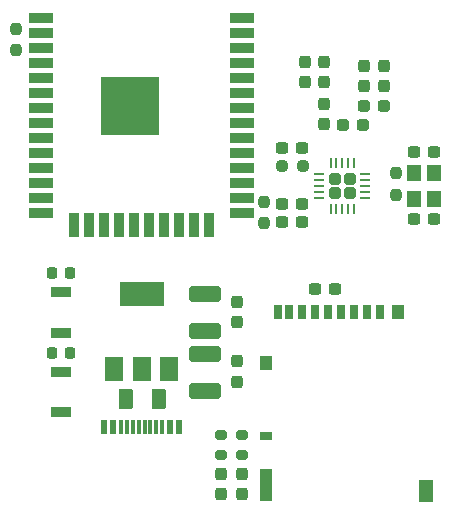
<source format=gbr>
%TF.GenerationSoftware,KiCad,Pcbnew,6.0.11-2627ca5db0~126~ubuntu20.04.1*%
%TF.CreationDate,2023-04-02T14:42:23+02:00*%
%TF.ProjectId,openDTU,6f70656e-4454-4552-9e6b-696361645f70,2.0-2023.03*%
%TF.SameCoordinates,Original*%
%TF.FileFunction,Paste,Top*%
%TF.FilePolarity,Positive*%
%FSLAX46Y46*%
G04 Gerber Fmt 4.6, Leading zero omitted, Abs format (unit mm)*
G04 Created by KiCad (PCBNEW 6.0.11-2627ca5db0~126~ubuntu20.04.1) date 2023-04-02 14:42:23*
%MOMM*%
%LPD*%
G01*
G04 APERTURE LIST*
G04 Aperture macros list*
%AMRoundRect*
0 Rectangle with rounded corners*
0 $1 Rounding radius*
0 $2 $3 $4 $5 $6 $7 $8 $9 X,Y pos of 4 corners*
0 Add a 4 corners polygon primitive as box body*
4,1,4,$2,$3,$4,$5,$6,$7,$8,$9,$2,$3,0*
0 Add four circle primitives for the rounded corners*
1,1,$1+$1,$2,$3*
1,1,$1+$1,$4,$5*
1,1,$1+$1,$6,$7*
1,1,$1+$1,$8,$9*
0 Add four rect primitives between the rounded corners*
20,1,$1+$1,$2,$3,$4,$5,0*
20,1,$1+$1,$4,$5,$6,$7,0*
20,1,$1+$1,$6,$7,$8,$9,0*
20,1,$1+$1,$8,$9,$2,$3,0*%
G04 Aperture macros list end*
%ADD10RoundRect,0.250000X0.255000X-0.255000X0.255000X0.255000X-0.255000X0.255000X-0.255000X-0.255000X0*%
%ADD11RoundRect,0.062500X0.062500X-0.350000X0.062500X0.350000X-0.062500X0.350000X-0.062500X-0.350000X0*%
%ADD12RoundRect,0.062500X0.350000X-0.062500X0.350000X0.062500X-0.350000X0.062500X-0.350000X-0.062500X0*%
%ADD13RoundRect,0.225000X-0.225000X-0.250000X0.225000X-0.250000X0.225000X0.250000X-0.225000X0.250000X0*%
%ADD14RoundRect,0.237500X-0.237500X0.300000X-0.237500X-0.300000X0.237500X-0.300000X0.237500X0.300000X0*%
%ADD15RoundRect,0.250000X-1.100000X0.412500X-1.100000X-0.412500X1.100000X-0.412500X1.100000X0.412500X0*%
%ADD16RoundRect,0.237500X0.300000X0.237500X-0.300000X0.237500X-0.300000X-0.237500X0.300000X-0.237500X0*%
%ADD17RoundRect,0.237500X-0.300000X-0.237500X0.300000X-0.237500X0.300000X0.237500X-0.300000X0.237500X0*%
%ADD18R,2.000000X0.900000*%
%ADD19R,0.900000X2.000000*%
%ADD20R,5.000000X5.000000*%
%ADD21RoundRect,0.237500X0.287500X0.237500X-0.287500X0.237500X-0.287500X-0.237500X0.287500X-0.237500X0*%
%ADD22RoundRect,0.237500X0.237500X-0.250000X0.237500X0.250000X-0.237500X0.250000X-0.237500X-0.250000X0*%
%ADD23RoundRect,0.237500X0.237500X-0.300000X0.237500X0.300000X-0.237500X0.300000X-0.237500X-0.300000X0*%
%ADD24RoundRect,0.250000X0.375000X0.625000X-0.375000X0.625000X-0.375000X-0.625000X0.375000X-0.625000X0*%
%ADD25R,0.700000X1.200000*%
%ADD26R,1.000000X0.800000*%
%ADD27R,1.000000X2.800000*%
%ADD28R,1.000000X1.200000*%
%ADD29R,1.300000X1.900000*%
%ADD30RoundRect,0.237500X-0.237500X0.250000X-0.237500X-0.250000X0.237500X-0.250000X0.237500X0.250000X0*%
%ADD31R,1.700000X0.900000*%
%ADD32R,0.600000X1.150000*%
%ADD33R,0.300000X1.150000*%
%ADD34RoundRect,0.237500X0.237500X-0.287500X0.237500X0.287500X-0.237500X0.287500X-0.237500X-0.287500X0*%
%ADD35RoundRect,0.200000X0.275000X-0.200000X0.275000X0.200000X-0.275000X0.200000X-0.275000X-0.200000X0*%
%ADD36R,1.200000X1.400000*%
%ADD37RoundRect,0.237500X-0.287500X-0.237500X0.287500X-0.237500X0.287500X0.237500X-0.287500X0.237500X0*%
%ADD38RoundRect,0.250000X1.100000X-0.412500X1.100000X0.412500X-1.100000X0.412500X-1.100000X-0.412500X0*%
%ADD39RoundRect,0.237500X-0.250000X-0.237500X0.250000X-0.237500X0.250000X0.237500X-0.250000X0.237500X0*%
%ADD40R,1.500000X2.000000*%
%ADD41R,3.800000X2.000000*%
G04 APERTURE END LIST*
D10*
%TO.C,U4*%
X30825000Y27175000D03*
X29575000Y27175000D03*
X29575000Y28425000D03*
X30825000Y28425000D03*
D11*
X29200000Y25862500D03*
X29700000Y25862500D03*
X30200000Y25862500D03*
X30700000Y25862500D03*
X31200000Y25862500D03*
D12*
X32137500Y26800000D03*
X32137500Y27300000D03*
X32137500Y27800000D03*
X32137500Y28300000D03*
X32137500Y28800000D03*
D11*
X31200000Y29737500D03*
X30700000Y29737500D03*
X30200000Y29737500D03*
X29700000Y29737500D03*
X29200000Y29737500D03*
D12*
X28262500Y28800000D03*
X28262500Y28300000D03*
X28262500Y27800000D03*
X28262500Y27300000D03*
X28262500Y26800000D03*
%TD*%
D13*
%TO.C,C18*%
X5625000Y13700000D03*
X7175000Y13700000D03*
%TD*%
D14*
%TO.C,C1*%
X21277200Y17999300D03*
X21277200Y16274300D03*
%TD*%
D15*
%TO.C,C11*%
X18584800Y18699300D03*
X18584800Y15574300D03*
%TD*%
D16*
%TO.C,C14*%
X29612500Y19100000D03*
X27887500Y19100000D03*
%TD*%
D17*
%TO.C,C6*%
X36237500Y30700000D03*
X37962500Y30700000D03*
%TD*%
D18*
%TO.C,U3*%
X4700000Y42055000D03*
X4700000Y40785000D03*
X4700000Y39515000D03*
X4700000Y38245000D03*
X4700000Y36975000D03*
X4700000Y35705000D03*
X4700000Y34435000D03*
X4700000Y33165000D03*
X4700000Y31895000D03*
X4700000Y30625000D03*
X4700000Y29355000D03*
X4700000Y28085000D03*
X4700000Y26815000D03*
X4700000Y25545000D03*
D19*
X7485000Y24545000D03*
X8755000Y24545000D03*
X10025000Y24545000D03*
X11295000Y24545000D03*
X12565000Y24545000D03*
X13835000Y24545000D03*
X15105000Y24545000D03*
X16375000Y24545000D03*
X17645000Y24545000D03*
X18915000Y24545000D03*
D18*
X21700000Y25545000D03*
X21700000Y26815000D03*
X21700000Y28085000D03*
X21700000Y29355000D03*
X21700000Y30625000D03*
X21700000Y31895000D03*
X21700000Y33165000D03*
X21700000Y34435000D03*
X21700000Y35705000D03*
X21700000Y36975000D03*
X21700000Y38245000D03*
X21700000Y39515000D03*
X21700000Y40785000D03*
X21700000Y42055000D03*
D20*
X12200000Y34555000D03*
%TD*%
D21*
%TO.C,L2*%
X31975000Y33000000D03*
X30225000Y33000000D03*
%TD*%
D22*
%TO.C,R2*%
X34700000Y27087500D03*
X34700000Y28912500D03*
%TD*%
D23*
%TO.C,C13*%
X21277200Y11245100D03*
X21277200Y12970100D03*
%TD*%
D24*
%TO.C,D1*%
X14650800Y9800000D03*
X11850800Y9800000D03*
%TD*%
D17*
%TO.C,C4*%
X25087500Y26324000D03*
X26812500Y26324000D03*
%TD*%
D23*
%TO.C,C8*%
X33741600Y36252300D03*
X33741600Y37977300D03*
%TD*%
D25*
%TO.C,J3*%
X33375000Y17125000D03*
X32275000Y17125000D03*
X31175000Y17125000D03*
X30075000Y17125000D03*
X28975000Y17125000D03*
X27875000Y17125000D03*
X26775000Y17125000D03*
X25675000Y17125000D03*
X24725000Y17125000D03*
D26*
X23775000Y6625000D03*
D27*
X23775000Y2475000D03*
D28*
X23775000Y12825000D03*
X34925000Y17125000D03*
D29*
X37275000Y2025000D03*
%TD*%
D30*
%TO.C,R3*%
X23600000Y26487500D03*
X23600000Y24662500D03*
%TD*%
D23*
%TO.C,C10*%
X27010800Y36607900D03*
X27010800Y38332900D03*
%TD*%
D31*
%TO.C,SW2*%
X6400000Y8650000D03*
X6400000Y12050000D03*
%TD*%
D32*
%TO.C,J1*%
X10000000Y7380000D03*
X10800000Y7380000D03*
D33*
X11950000Y7380000D03*
X12950000Y7380000D03*
X13450000Y7380000D03*
X14450000Y7380000D03*
D32*
X15600000Y7380000D03*
X16400000Y7380000D03*
X16400000Y7380000D03*
X15600000Y7380000D03*
D33*
X14950000Y7380000D03*
X13950000Y7380000D03*
X12450000Y7380000D03*
X11450000Y7380000D03*
D32*
X10800000Y7380000D03*
X10000000Y7380000D03*
%TD*%
D17*
%TO.C,C2*%
X25087500Y24800000D03*
X26812500Y24800000D03*
%TD*%
D34*
%TO.C,D2*%
X21700000Y1700000D03*
X21700000Y3450000D03*
%TD*%
D35*
%TO.C,R8*%
X19900000Y5050000D03*
X19900000Y6700000D03*
%TD*%
D36*
%TO.C,Y1*%
X36250000Y28900000D03*
X36250000Y26700000D03*
X37950000Y26700000D03*
X37950000Y28900000D03*
%TD*%
D16*
%TO.C,C3*%
X26821600Y31001500D03*
X25096600Y31001500D03*
%TD*%
D23*
%TO.C,C9*%
X28610800Y36607900D03*
X28610800Y38332900D03*
%TD*%
D31*
%TO.C,SW1*%
X6400000Y15400000D03*
X6400000Y18800000D03*
%TD*%
D37*
%TO.C,L1*%
X32003000Y34574800D03*
X33753000Y34574800D03*
%TD*%
D23*
%TO.C,C7*%
X32014400Y36252300D03*
X32014400Y37977300D03*
%TD*%
D38*
%TO.C,C12*%
X18584800Y10494300D03*
X18584800Y13619300D03*
%TD*%
D34*
%TO.C,D3*%
X19900000Y1700000D03*
X19900000Y3450000D03*
%TD*%
D16*
%TO.C,C5*%
X37962500Y25000000D03*
X36237500Y25000000D03*
%TD*%
D39*
%TO.C,R1*%
X25050000Y29489200D03*
X26875000Y29489200D03*
%TD*%
D35*
%TO.C,R7*%
X21700000Y5050000D03*
X21700000Y6700000D03*
%TD*%
D34*
%TO.C,L3*%
X28610800Y33039400D03*
X28610800Y34789400D03*
%TD*%
D40*
%TO.C,U5*%
X10900000Y12350000D03*
D41*
X13200000Y18650000D03*
D40*
X13200000Y12350000D03*
X15500000Y12350000D03*
%TD*%
D30*
%TO.C,R6*%
X2600000Y41112500D03*
X2600000Y39287500D03*
%TD*%
D13*
%TO.C,C17*%
X5625000Y20450000D03*
X7175000Y20450000D03*
%TD*%
M02*

</source>
